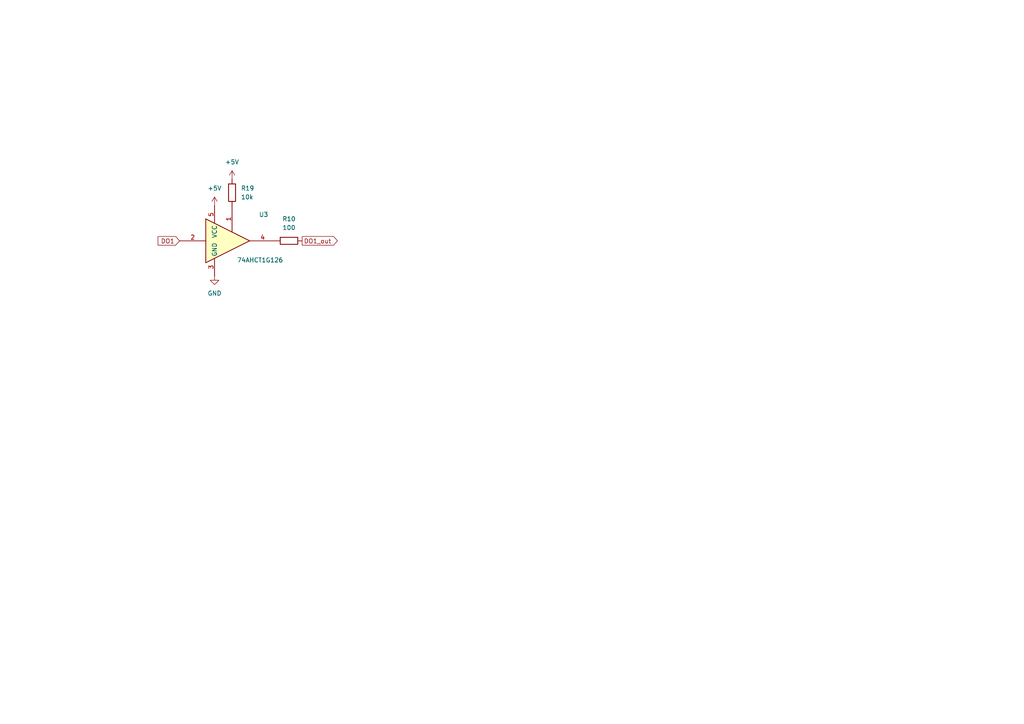
<source format=kicad_sch>
(kicad_sch
	(version 20231120)
	(generator "eeschema")
	(generator_version "8.0")
	(uuid "e33890c3-eb5f-4ca5-8f22-89acd3d159a8")
	(paper "A4")
	(lib_symbols
		(symbol "74xGxx:74AHCT1G126"
			(exclude_from_sim no)
			(in_bom yes)
			(on_board yes)
			(property "Reference" "U"
				(at -2.54 3.81 0)
				(effects
					(font
						(size 1.27 1.27)
					)
				)
			)
			(property "Value" "74AHCT1G126"
				(at 0 -3.81 0)
				(effects
					(font
						(size 1.27 1.27)
					)
				)
			)
			(property "Footprint" ""
				(at 0 0 0)
				(effects
					(font
						(size 1.27 1.27)
					)
					(hide yes)
				)
			)
			(property "Datasheet" "http://www.ti.com/lit/sg/scyt129e/scyt129e.pdf"
				(at 0 0 0)
				(effects
					(font
						(size 1.27 1.27)
					)
					(hide yes)
				)
			)
			(property "Description" "Single Buffer Gate Tri-State, Low-Voltage CMOS"
				(at 0 0 0)
				(effects
					(font
						(size 1.27 1.27)
					)
					(hide yes)
				)
			)
			(property "ki_keywords" "Single Gate Buff Tri-State LVC CMOS"
				(at 0 0 0)
				(effects
					(font
						(size 1.27 1.27)
					)
					(hide yes)
				)
			)
			(property "ki_fp_filters" "SOT* SG-*"
				(at 0 0 0)
				(effects
					(font
						(size 1.27 1.27)
					)
					(hide yes)
				)
			)
			(symbol "74AHCT1G126_0_1"
				(polyline
					(pts
						(xy -7.62 6.35) (xy -7.62 -6.35) (xy 5.08 0) (xy -7.62 6.35)
					)
					(stroke
						(width 0.254)
						(type default)
					)
					(fill
						(type background)
					)
				)
			)
			(symbol "74AHCT1G126_1_1"
				(pin input line
					(at 0 10.16 270)
					(length 7.62)
					(name "~"
						(effects
							(font
								(size 1.27 1.27)
							)
						)
					)
					(number "1"
						(effects
							(font
								(size 1.27 1.27)
							)
						)
					)
				)
				(pin input line
					(at -15.24 0 0)
					(length 7.62)
					(name "~"
						(effects
							(font
								(size 1.27 1.27)
							)
						)
					)
					(number "2"
						(effects
							(font
								(size 1.27 1.27)
							)
						)
					)
				)
				(pin power_in line
					(at -5.08 -10.16 90)
					(length 5.08)
					(name "GND"
						(effects
							(font
								(size 1.27 1.27)
							)
						)
					)
					(number "3"
						(effects
							(font
								(size 1.27 1.27)
							)
						)
					)
				)
				(pin tri_state line
					(at 12.7 0 180)
					(length 7.62)
					(name "~"
						(effects
							(font
								(size 1.27 1.27)
							)
						)
					)
					(number "4"
						(effects
							(font
								(size 1.27 1.27)
							)
						)
					)
				)
				(pin power_in line
					(at -5.08 10.16 270)
					(length 5.08)
					(name "VCC"
						(effects
							(font
								(size 1.27 1.27)
							)
						)
					)
					(number "5"
						(effects
							(font
								(size 1.27 1.27)
							)
						)
					)
				)
			)
		)
		(symbol "Device:R"
			(pin_numbers hide)
			(pin_names
				(offset 0)
			)
			(exclude_from_sim no)
			(in_bom yes)
			(on_board yes)
			(property "Reference" "R"
				(at 2.032 0 90)
				(effects
					(font
						(size 1.27 1.27)
					)
				)
			)
			(property "Value" "R"
				(at 0 0 90)
				(effects
					(font
						(size 1.27 1.27)
					)
				)
			)
			(property "Footprint" ""
				(at -1.778 0 90)
				(effects
					(font
						(size 1.27 1.27)
					)
					(hide yes)
				)
			)
			(property "Datasheet" "~"
				(at 0 0 0)
				(effects
					(font
						(size 1.27 1.27)
					)
					(hide yes)
				)
			)
			(property "Description" "Resistor"
				(at 0 0 0)
				(effects
					(font
						(size 1.27 1.27)
					)
					(hide yes)
				)
			)
			(property "ki_keywords" "R res resistor"
				(at 0 0 0)
				(effects
					(font
						(size 1.27 1.27)
					)
					(hide yes)
				)
			)
			(property "ki_fp_filters" "R_*"
				(at 0 0 0)
				(effects
					(font
						(size 1.27 1.27)
					)
					(hide yes)
				)
			)
			(symbol "R_0_1"
				(rectangle
					(start -1.016 -2.54)
					(end 1.016 2.54)
					(stroke
						(width 0.254)
						(type default)
					)
					(fill
						(type none)
					)
				)
			)
			(symbol "R_1_1"
				(pin passive line
					(at 0 3.81 270)
					(length 1.27)
					(name "~"
						(effects
							(font
								(size 1.27 1.27)
							)
						)
					)
					(number "1"
						(effects
							(font
								(size 1.27 1.27)
							)
						)
					)
				)
				(pin passive line
					(at 0 -3.81 90)
					(length 1.27)
					(name "~"
						(effects
							(font
								(size 1.27 1.27)
							)
						)
					)
					(number "2"
						(effects
							(font
								(size 1.27 1.27)
							)
						)
					)
				)
			)
		)
		(symbol "power:+5V"
			(power)
			(pin_numbers hide)
			(pin_names
				(offset 0) hide)
			(exclude_from_sim no)
			(in_bom yes)
			(on_board yes)
			(property "Reference" "#PWR"
				(at 0 -3.81 0)
				(effects
					(font
						(size 1.27 1.27)
					)
					(hide yes)
				)
			)
			(property "Value" "+5V"
				(at 0 3.556 0)
				(effects
					(font
						(size 1.27 1.27)
					)
				)
			)
			(property "Footprint" ""
				(at 0 0 0)
				(effects
					(font
						(size 1.27 1.27)
					)
					(hide yes)
				)
			)
			(property "Datasheet" ""
				(at 0 0 0)
				(effects
					(font
						(size 1.27 1.27)
					)
					(hide yes)
				)
			)
			(property "Description" "Power symbol creates a global label with name \"+5V\""
				(at 0 0 0)
				(effects
					(font
						(size 1.27 1.27)
					)
					(hide yes)
				)
			)
			(property "ki_keywords" "global power"
				(at 0 0 0)
				(effects
					(font
						(size 1.27 1.27)
					)
					(hide yes)
				)
			)
			(symbol "+5V_0_1"
				(polyline
					(pts
						(xy -0.762 1.27) (xy 0 2.54)
					)
					(stroke
						(width 0)
						(type default)
					)
					(fill
						(type none)
					)
				)
				(polyline
					(pts
						(xy 0 0) (xy 0 2.54)
					)
					(stroke
						(width 0)
						(type default)
					)
					(fill
						(type none)
					)
				)
				(polyline
					(pts
						(xy 0 2.54) (xy 0.762 1.27)
					)
					(stroke
						(width 0)
						(type default)
					)
					(fill
						(type none)
					)
				)
			)
			(symbol "+5V_1_1"
				(pin power_in line
					(at 0 0 90)
					(length 0)
					(name "~"
						(effects
							(font
								(size 1.27 1.27)
							)
						)
					)
					(number "1"
						(effects
							(font
								(size 1.27 1.27)
							)
						)
					)
				)
			)
		)
		(symbol "power:GND"
			(power)
			(pin_numbers hide)
			(pin_names
				(offset 0) hide)
			(exclude_from_sim no)
			(in_bom yes)
			(on_board yes)
			(property "Reference" "#PWR"
				(at 0 -6.35 0)
				(effects
					(font
						(size 1.27 1.27)
					)
					(hide yes)
				)
			)
			(property "Value" "GND"
				(at 0 -3.81 0)
				(effects
					(font
						(size 1.27 1.27)
					)
				)
			)
			(property "Footprint" ""
				(at 0 0 0)
				(effects
					(font
						(size 1.27 1.27)
					)
					(hide yes)
				)
			)
			(property "Datasheet" ""
				(at 0 0 0)
				(effects
					(font
						(size 1.27 1.27)
					)
					(hide yes)
				)
			)
			(property "Description" "Power symbol creates a global label with name \"GND\" , ground"
				(at 0 0 0)
				(effects
					(font
						(size 1.27 1.27)
					)
					(hide yes)
				)
			)
			(property "ki_keywords" "global power"
				(at 0 0 0)
				(effects
					(font
						(size 1.27 1.27)
					)
					(hide yes)
				)
			)
			(symbol "GND_0_1"
				(polyline
					(pts
						(xy 0 0) (xy 0 -1.27) (xy 1.27 -1.27) (xy 0 -2.54) (xy -1.27 -1.27) (xy 0 -1.27)
					)
					(stroke
						(width 0)
						(type default)
					)
					(fill
						(type none)
					)
				)
			)
			(symbol "GND_1_1"
				(pin power_in line
					(at 0 0 270)
					(length 0)
					(name "~"
						(effects
							(font
								(size 1.27 1.27)
							)
						)
					)
					(number "1"
						(effects
							(font
								(size 1.27 1.27)
							)
						)
					)
				)
			)
		)
	)
	(global_label "DO1_out"
		(shape output)
		(at 87.63 69.85 0)
		(fields_autoplaced yes)
		(effects
			(font
				(size 1.27 1.27)
			)
			(justify left)
		)
		(uuid "7f44d5dc-9502-40b3-acc6-d2d7d4d847b7")
		(property "Intersheetrefs" "${INTERSHEET_REFS}"
			(at 98.4165 69.85 0)
			(effects
				(font
					(size 1.27 1.27)
				)
				(justify left)
				(hide yes)
			)
		)
	)
	(global_label "DO1"
		(shape input)
		(at 52.07 69.85 180)
		(fields_autoplaced yes)
		(effects
			(font
				(size 1.27 1.27)
			)
			(justify right)
		)
		(uuid "f912d25c-0027-4373-955a-b03e61808cc4")
		(property "Intersheetrefs" "${INTERSHEET_REFS}"
			(at 45.2748 69.85 0)
			(effects
				(font
					(size 1.27 1.27)
				)
				(justify right)
				(hide yes)
			)
		)
	)
	(symbol
		(lib_id "power:+5V")
		(at 67.31 52.07 0)
		(unit 1)
		(exclude_from_sim no)
		(in_bom yes)
		(on_board yes)
		(dnp no)
		(fields_autoplaced yes)
		(uuid "34c82ed5-4a68-445b-b63b-1c0298737412")
		(property "Reference" "#PWR021"
			(at 67.31 55.88 0)
			(effects
				(font
					(size 1.27 1.27)
				)
				(hide yes)
			)
		)
		(property "Value" "+5V"
			(at 67.31 46.99 0)
			(effects
				(font
					(size 1.27 1.27)
				)
			)
		)
		(property "Footprint" ""
			(at 67.31 52.07 0)
			(effects
				(font
					(size 1.27 1.27)
				)
				(hide yes)
			)
		)
		(property "Datasheet" ""
			(at 67.31 52.07 0)
			(effects
				(font
					(size 1.27 1.27)
				)
				(hide yes)
			)
		)
		(property "Description" "Power symbol creates a global label with name \"+5V\""
			(at 67.31 52.07 0)
			(effects
				(font
					(size 1.27 1.27)
				)
				(hide yes)
			)
		)
		(pin "1"
			(uuid "b4680992-523a-4727-9368-7ad476024915")
		)
		(instances
			(project "NEOCERA_jnr_project"
				(path "/a8746ab6-0163-416c-99f9-0036ded73fc6/7496db41-63f6-4a75-8598-ef441d310206"
					(reference "#PWR021")
					(unit 1)
				)
			)
		)
	)
	(symbol
		(lib_id "Device:R")
		(at 67.31 55.88 0)
		(unit 1)
		(exclude_from_sim no)
		(in_bom yes)
		(on_board yes)
		(dnp no)
		(fields_autoplaced yes)
		(uuid "72b6556a-352a-4881-a193-515afc01c3af")
		(property "Reference" "R19"
			(at 69.85 54.6099 0)
			(effects
				(font
					(size 1.27 1.27)
				)
				(justify left)
			)
		)
		(property "Value" "10k"
			(at 69.85 57.1499 0)
			(effects
				(font
					(size 1.27 1.27)
				)
				(justify left)
			)
		)
		(property "Footprint" ""
			(at 65.532 55.88 90)
			(effects
				(font
					(size 1.27 1.27)
				)
				(hide yes)
			)
		)
		(property "Datasheet" "~"
			(at 67.31 55.88 0)
			(effects
				(font
					(size 1.27 1.27)
				)
				(hide yes)
			)
		)
		(property "Description" "Resistor"
			(at 67.31 55.88 0)
			(effects
				(font
					(size 1.27 1.27)
				)
				(hide yes)
			)
		)
		(pin "1"
			(uuid "495f6f4f-4eb4-4fc2-a318-ed03e1399129")
		)
		(pin "2"
			(uuid "8146d23d-ad75-4505-bccf-d2d8fe8ecd97")
		)
		(instances
			(project ""
				(path "/a8746ab6-0163-416c-99f9-0036ded73fc6/7496db41-63f6-4a75-8598-ef441d310206"
					(reference "R19")
					(unit 1)
				)
			)
		)
	)
	(symbol
		(lib_id "power:+5V")
		(at 62.23 59.69 0)
		(unit 1)
		(exclude_from_sim no)
		(in_bom yes)
		(on_board yes)
		(dnp no)
		(fields_autoplaced yes)
		(uuid "9203e16b-e279-44a7-bc7a-5299f2910922")
		(property "Reference" "#PWR020"
			(at 62.23 63.5 0)
			(effects
				(font
					(size 1.27 1.27)
				)
				(hide yes)
			)
		)
		(property "Value" "+5V"
			(at 62.23 54.61 0)
			(effects
				(font
					(size 1.27 1.27)
				)
			)
		)
		(property "Footprint" ""
			(at 62.23 59.69 0)
			(effects
				(font
					(size 1.27 1.27)
				)
				(hide yes)
			)
		)
		(property "Datasheet" ""
			(at 62.23 59.69 0)
			(effects
				(font
					(size 1.27 1.27)
				)
				(hide yes)
			)
		)
		(property "Description" "Power symbol creates a global label with name \"+5V\""
			(at 62.23 59.69 0)
			(effects
				(font
					(size 1.27 1.27)
				)
				(hide yes)
			)
		)
		(pin "1"
			(uuid "0250611a-b6ea-440b-8a32-44b25373feeb")
		)
		(instances
			(project ""
				(path "/a8746ab6-0163-416c-99f9-0036ded73fc6/7496db41-63f6-4a75-8598-ef441d310206"
					(reference "#PWR020")
					(unit 1)
				)
			)
		)
	)
	(symbol
		(lib_id "power:GND")
		(at 62.23 80.01 0)
		(unit 1)
		(exclude_from_sim no)
		(in_bom yes)
		(on_board yes)
		(dnp no)
		(fields_autoplaced yes)
		(uuid "a76dba19-4bc7-4524-998d-bd4e60f4e1d5")
		(property "Reference" "#PWR022"
			(at 62.23 86.36 0)
			(effects
				(font
					(size 1.27 1.27)
				)
				(hide yes)
			)
		)
		(property "Value" "GND"
			(at 62.23 85.09 0)
			(effects
				(font
					(size 1.27 1.27)
				)
			)
		)
		(property "Footprint" ""
			(at 62.23 80.01 0)
			(effects
				(font
					(size 1.27 1.27)
				)
				(hide yes)
			)
		)
		(property "Datasheet" ""
			(at 62.23 80.01 0)
			(effects
				(font
					(size 1.27 1.27)
				)
				(hide yes)
			)
		)
		(property "Description" "Power symbol creates a global label with name \"GND\" , ground"
			(at 62.23 80.01 0)
			(effects
				(font
					(size 1.27 1.27)
				)
				(hide yes)
			)
		)
		(pin "1"
			(uuid "fd0b240b-02c9-4f21-848a-9de7b89b3a4d")
		)
		(instances
			(project ""
				(path "/a8746ab6-0163-416c-99f9-0036ded73fc6/7496db41-63f6-4a75-8598-ef441d310206"
					(reference "#PWR022")
					(unit 1)
				)
			)
		)
	)
	(symbol
		(lib_id "74xGxx:74AHCT1G126")
		(at 67.31 69.85 0)
		(unit 1)
		(exclude_from_sim no)
		(in_bom yes)
		(on_board yes)
		(dnp no)
		(uuid "d77a13e6-2b0e-4f51-af12-95255ebb3ae9")
		(property "Reference" "U3"
			(at 76.454 62.23 0)
			(effects
				(font
					(size 1.27 1.27)
				)
			)
		)
		(property "Value" "74AHCT1G126"
			(at 75.438 75.438 0)
			(effects
				(font
					(size 1.27 1.27)
				)
			)
		)
		(property "Footprint" "Package_TO_SOT_SMD:SOT-23-5_HandSoldering"
			(at 67.31 69.85 0)
			(effects
				(font
					(size 1.27 1.27)
				)
				(hide yes)
			)
		)
		(property "Datasheet" "http://www.ti.com/lit/sg/scyt129e/scyt129e.pdf"
			(at 67.31 69.85 0)
			(effects
				(font
					(size 1.27 1.27)
				)
				(hide yes)
			)
		)
		(property "Description" "Single Buffer Gate Tri-State, Low-Voltage CMOS"
			(at 67.31 69.85 0)
			(effects
				(font
					(size 1.27 1.27)
				)
				(hide yes)
			)
		)
		(pin "3"
			(uuid "cdc78d06-16f5-4205-888e-c853e02add9d")
		)
		(pin "2"
			(uuid "aea03392-1190-454d-a676-b3b3d641c7ed")
		)
		(pin "4"
			(uuid "b5cf2f80-d1f0-4e1d-b193-3781513e7b4e")
		)
		(pin "1"
			(uuid "45e6b44d-a780-4781-ad5f-8ac0567dbae1")
		)
		(pin "5"
			(uuid "4dfe8b2c-1e51-4c62-995f-a257938281f4")
		)
		(instances
			(project ""
				(path "/a8746ab6-0163-416c-99f9-0036ded73fc6/7496db41-63f6-4a75-8598-ef441d310206"
					(reference "U3")
					(unit 1)
				)
			)
		)
	)
	(symbol
		(lib_id "Device:R")
		(at 83.82 69.85 90)
		(unit 1)
		(exclude_from_sim no)
		(in_bom yes)
		(on_board yes)
		(dnp no)
		(uuid "d925ee98-c51d-4fbd-895e-7140105efa0c")
		(property "Reference" "R10"
			(at 83.82 63.5 90)
			(effects
				(font
					(size 1.27 1.27)
				)
			)
		)
		(property "Value" "100"
			(at 83.82 66.04 90)
			(effects
				(font
					(size 1.27 1.27)
				)
			)
		)
		(property "Footprint" ""
			(at 83.82 71.628 90)
			(effects
				(font
					(size 1.27 1.27)
				)
				(hide yes)
			)
		)
		(property "Datasheet" "~"
			(at 83.82 69.85 0)
			(effects
				(font
					(size 1.27 1.27)
				)
				(hide yes)
			)
		)
		(property "Description" "Resistor"
			(at 83.82 69.85 0)
			(effects
				(font
					(size 1.27 1.27)
				)
				(hide yes)
			)
		)
		(pin "2"
			(uuid "97c9536f-caf8-4a8f-b68d-75d7ad76dde8")
		)
		(pin "1"
			(uuid "28274c0f-7394-4415-9f52-5ed53de4d86d")
		)
		(instances
			(project "NEOCERA_jnr_project"
				(path "/a8746ab6-0163-416c-99f9-0036ded73fc6/7496db41-63f6-4a75-8598-ef441d310206"
					(reference "R10")
					(unit 1)
				)
			)
		)
	)
)

</source>
